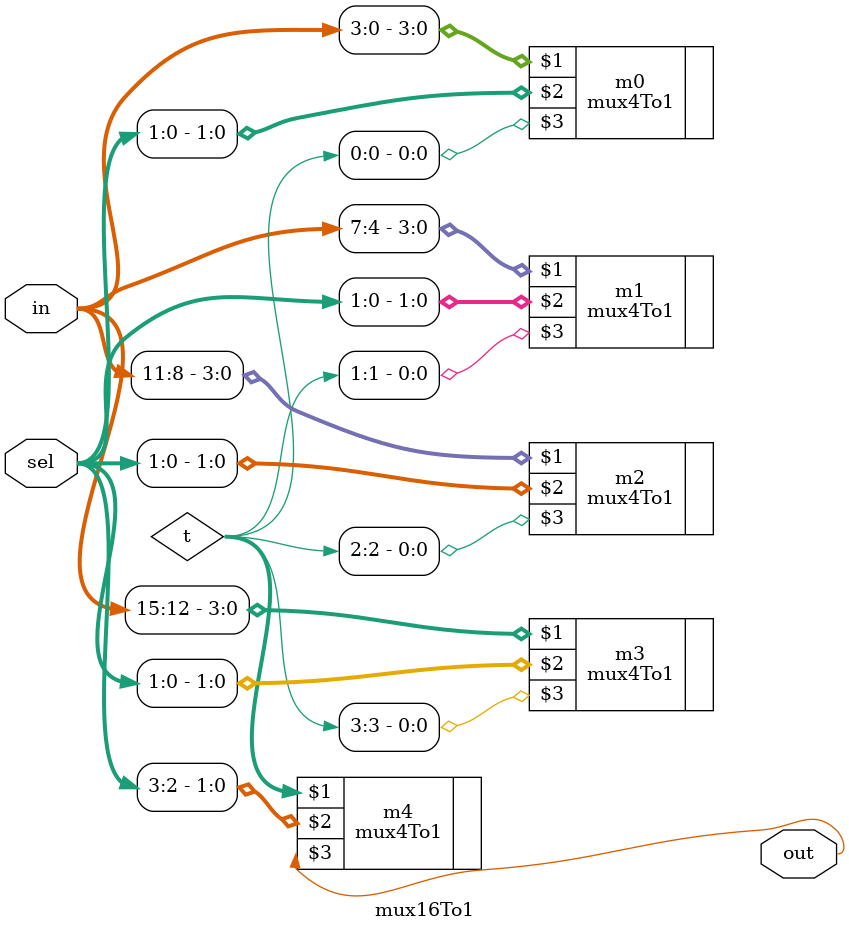
<source format=v>
`include "mux4To1.v"
module mux16To1 (in , sel , out);
     input [15:0] in;
        input [3:0] sel;
        output out;
        wire [3:0] t;
        
mux4To1 m0 (in[3:0], sel[1:0], t[0]);  
mux4To1 m1 (in[7:4], sel[1:0], t[1]);
mux4To1 m2 (in[11:8], sel[1:0], t[2]);
mux4To1 m3 (in[15:12], sel[1:0], t[3]);
mux4To1 m4 (t[3:0], sel[3:2], out);
endmodule

</source>
